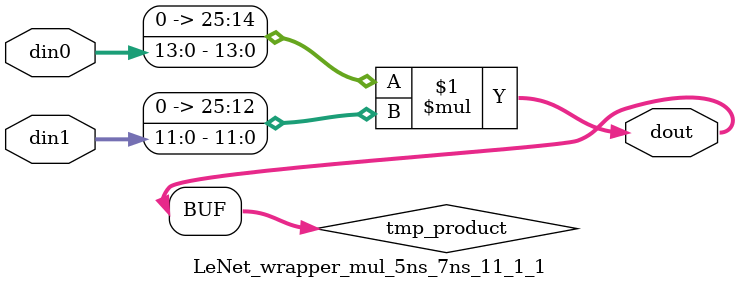
<source format=v>

`timescale 1 ns / 1 ps

  module LeNet_wrapper_mul_5ns_7ns_11_1_1(din0, din1, dout);
parameter ID = 1;
parameter NUM_STAGE = 0;
parameter din0_WIDTH = 14;
parameter din1_WIDTH = 12;
parameter dout_WIDTH = 26;

input [din0_WIDTH - 1 : 0] din0; 
input [din1_WIDTH - 1 : 0] din1; 
output [dout_WIDTH - 1 : 0] dout;

wire signed [dout_WIDTH - 1 : 0] tmp_product;










assign tmp_product = $signed({1'b0, din0}) * $signed({1'b0, din1});











assign dout = tmp_product;







endmodule

</source>
